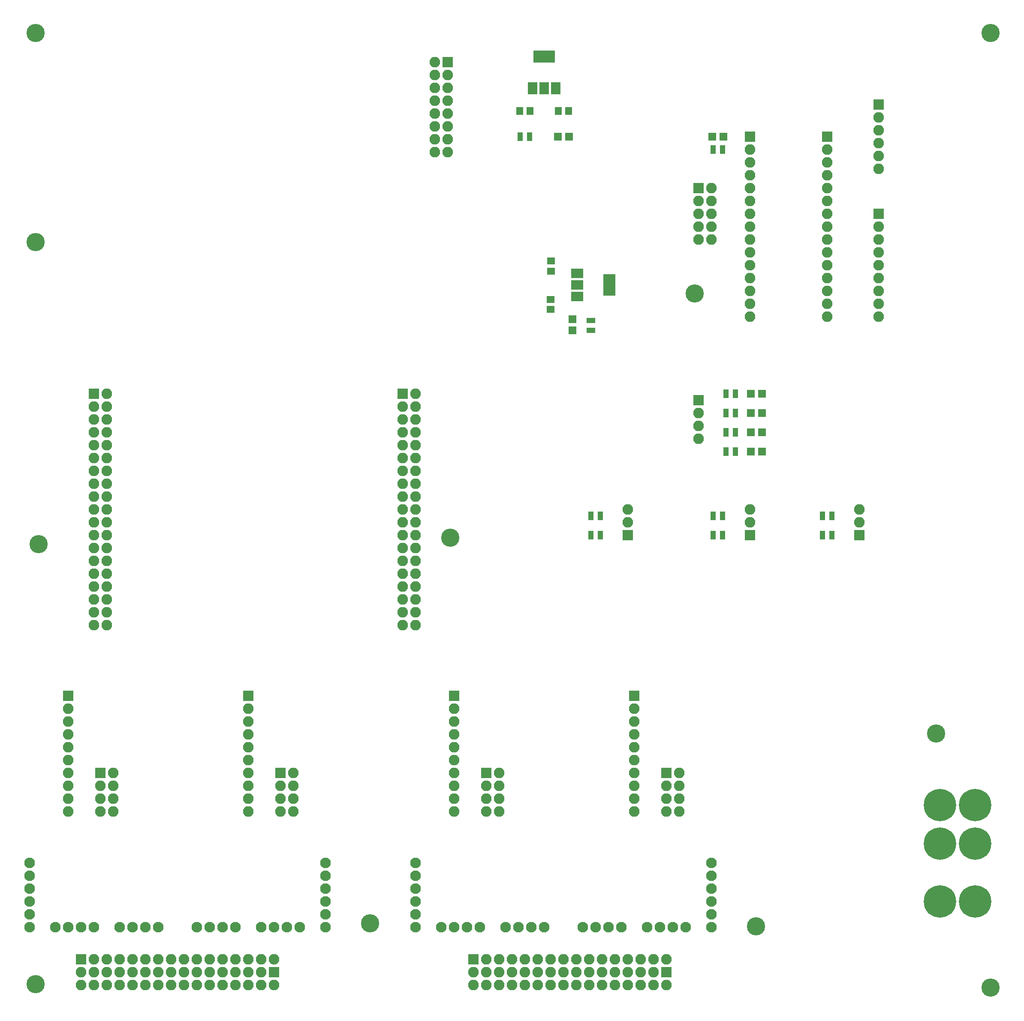
<source format=gts>
G04 #@! TF.FileFunction,Soldermask,Top*
%FSLAX46Y46*%
G04 Gerber Fmt 4.6, Leading zero omitted, Abs format (unit mm)*
G04 Created by KiCad (PCBNEW 4.0.6) date 06/10/17 13:14:14*
%MOMM*%
%LPD*%
G01*
G04 APERTURE LIST*
%ADD10C,0.100000*%
%ADD11R,2.100000X2.100000*%
%ADD12O,2.100000X2.100000*%
%ADD13R,2.400000X4.200000*%
%ADD14R,2.400000X1.900000*%
%ADD15R,4.200000X2.400000*%
%ADD16R,1.900000X2.400000*%
%ADD17C,2.100000*%
%ADD18R,1.100000X1.700000*%
%ADD19R,1.700000X1.100000*%
%ADD20C,6.400000*%
%ADD21R,1.600000X1.600000*%
%ADD22R,1.400000X1.650000*%
%ADD23R,1.650000X1.400000*%
%ADD24C,3.600000*%
G04 APERTURE END LIST*
D10*
D11*
X148082000Y-184912000D03*
D12*
X148082000Y-187452000D03*
X148082000Y-189992000D03*
X148082000Y-192532000D03*
X148082000Y-195072000D03*
X148082000Y-197612000D03*
X148082000Y-200152000D03*
X148082000Y-202692000D03*
X148082000Y-205232000D03*
X148082000Y-207772000D03*
D13*
X178689400Y-103733600D03*
D14*
X172389400Y-103733600D03*
X172389400Y-106033600D03*
X172389400Y-101433600D03*
D11*
X183642000Y-184912000D03*
D12*
X183642000Y-187452000D03*
X183642000Y-189992000D03*
X183642000Y-192532000D03*
X183642000Y-195072000D03*
X183642000Y-197612000D03*
X183642000Y-200152000D03*
X183642000Y-202692000D03*
X183642000Y-205232000D03*
X183642000Y-207772000D03*
D11*
X107442000Y-184912000D03*
D12*
X107442000Y-187452000D03*
X107442000Y-189992000D03*
X107442000Y-192532000D03*
X107442000Y-195072000D03*
X107442000Y-197612000D03*
X107442000Y-200152000D03*
X107442000Y-202692000D03*
X107442000Y-205232000D03*
X107442000Y-207772000D03*
D11*
X71882000Y-184912000D03*
D12*
X71882000Y-187452000D03*
X71882000Y-189992000D03*
X71882000Y-192532000D03*
X71882000Y-195072000D03*
X71882000Y-197612000D03*
X71882000Y-200152000D03*
X71882000Y-202692000D03*
X71882000Y-205232000D03*
X71882000Y-207772000D03*
D11*
X221742000Y-74422000D03*
D12*
X221742000Y-76962000D03*
X221742000Y-79502000D03*
X221742000Y-82042000D03*
X221742000Y-84582000D03*
X221742000Y-87122000D03*
X221742000Y-89662000D03*
X221742000Y-92202000D03*
X221742000Y-94742000D03*
X221742000Y-97282000D03*
X221742000Y-99822000D03*
X221742000Y-102362000D03*
X221742000Y-104902000D03*
X221742000Y-107442000D03*
X221742000Y-109982000D03*
D11*
X231902000Y-68072000D03*
D12*
X231902000Y-70612000D03*
X231902000Y-73152000D03*
X231902000Y-75692000D03*
X231902000Y-78232000D03*
X231902000Y-80772000D03*
D11*
X231902000Y-89662000D03*
D12*
X231902000Y-92202000D03*
X231902000Y-94742000D03*
X231902000Y-97282000D03*
X231902000Y-99822000D03*
X231902000Y-102362000D03*
X231902000Y-104902000D03*
X231902000Y-107442000D03*
X231902000Y-109982000D03*
D11*
X206502000Y-74422000D03*
D12*
X206502000Y-76962000D03*
X206502000Y-79502000D03*
X206502000Y-82042000D03*
X206502000Y-84582000D03*
X206502000Y-87122000D03*
X206502000Y-89662000D03*
X206502000Y-92202000D03*
X206502000Y-94742000D03*
X206502000Y-97282000D03*
X206502000Y-99822000D03*
X206502000Y-102362000D03*
X206502000Y-104902000D03*
X206502000Y-107442000D03*
X206502000Y-109982000D03*
D11*
X146812000Y-59690000D03*
D12*
X144272000Y-59690000D03*
X146812000Y-62230000D03*
X144272000Y-62230000D03*
X146812000Y-64770000D03*
X144272000Y-64770000D03*
X146812000Y-67310000D03*
X144272000Y-67310000D03*
X146812000Y-69850000D03*
X144272000Y-69850000D03*
X146812000Y-72390000D03*
X144272000Y-72390000D03*
X146812000Y-74930000D03*
X144272000Y-74930000D03*
X146812000Y-77470000D03*
X144272000Y-77470000D03*
D11*
X189992000Y-239522000D03*
D12*
X189992000Y-242062000D03*
X187452000Y-239522000D03*
X187452000Y-242062000D03*
X184912000Y-239522000D03*
X184912000Y-242062000D03*
X182372000Y-239522000D03*
X182372000Y-242062000D03*
X179832000Y-239522000D03*
X179832000Y-242062000D03*
X177292000Y-239522000D03*
X177292000Y-242062000D03*
X174752000Y-239522000D03*
X174752000Y-242062000D03*
X172212000Y-239522000D03*
X172212000Y-242062000D03*
X169672000Y-239522000D03*
X169672000Y-242062000D03*
X167132000Y-239522000D03*
X167132000Y-242062000D03*
X164592000Y-239522000D03*
X164592000Y-242062000D03*
X162052000Y-239522000D03*
X162052000Y-242062000D03*
X159512000Y-239522000D03*
X159512000Y-242062000D03*
X156972000Y-239522000D03*
X156972000Y-242062000D03*
X154432000Y-239522000D03*
X154432000Y-242062000D03*
X151892000Y-239522000D03*
X151892000Y-242062000D03*
D15*
X165862000Y-58572000D03*
D16*
X165862000Y-64872000D03*
X168162000Y-64872000D03*
X163562000Y-64872000D03*
D17*
X140462000Y-230632000D03*
X145542000Y-230632000D03*
X148082000Y-230632000D03*
X150622000Y-230632000D03*
X153162000Y-230632000D03*
X158242000Y-230632000D03*
X160782000Y-230632000D03*
X163322000Y-230632000D03*
X165862000Y-230632000D03*
X173482000Y-230632000D03*
X176022000Y-230632000D03*
X178562000Y-230632000D03*
X181102000Y-230632000D03*
X186182000Y-230632000D03*
X188722000Y-230632000D03*
X191262000Y-230632000D03*
X140462000Y-228092000D03*
X140462000Y-225552000D03*
X140462000Y-223012000D03*
X140462000Y-220472000D03*
X140462000Y-217932000D03*
X193802000Y-230632000D03*
X198882000Y-230632000D03*
X198882000Y-228092000D03*
X198882000Y-225552000D03*
X198882000Y-223012000D03*
X198882000Y-220472000D03*
X198882000Y-217932000D03*
X64262000Y-230632000D03*
X69342000Y-230632000D03*
X71882000Y-230632000D03*
X74422000Y-230632000D03*
X76962000Y-230632000D03*
X82042000Y-230632000D03*
X84582000Y-230632000D03*
X87122000Y-230632000D03*
X89662000Y-230632000D03*
X97282000Y-230632000D03*
X99822000Y-230632000D03*
X102362000Y-230632000D03*
X104902000Y-230632000D03*
X109982000Y-230632000D03*
X112522000Y-230632000D03*
X115062000Y-230632000D03*
X64262000Y-228092000D03*
X64262000Y-225552000D03*
X64262000Y-223012000D03*
X64262000Y-220472000D03*
X64262000Y-217932000D03*
X117602000Y-230632000D03*
X122682000Y-230632000D03*
X122682000Y-228092000D03*
X122682000Y-225552000D03*
X122682000Y-223012000D03*
X122682000Y-220472000D03*
X122682000Y-217932000D03*
D18*
X199202000Y-76962000D03*
X201102000Y-76962000D03*
X220792000Y-149352000D03*
X222692000Y-149352000D03*
X220792000Y-153162000D03*
X222692000Y-153162000D03*
X199202000Y-149352000D03*
X201102000Y-149352000D03*
X201742000Y-136652000D03*
X203642000Y-136652000D03*
X201742000Y-132842000D03*
X203642000Y-132842000D03*
X201742000Y-129032000D03*
X203642000Y-129032000D03*
X201742000Y-125222000D03*
X203642000Y-125222000D03*
X199202000Y-153162000D03*
X201102000Y-153162000D03*
X175072000Y-149352000D03*
X176972000Y-149352000D03*
X175072000Y-153162000D03*
X176972000Y-153162000D03*
X163002000Y-74422000D03*
X161102000Y-74422000D03*
D19*
X175044100Y-112684600D03*
X175044100Y-110784600D03*
D11*
X196342000Y-84582000D03*
D12*
X198882000Y-84582000D03*
X196342000Y-87122000D03*
X198882000Y-87122000D03*
X196342000Y-89662000D03*
X198882000Y-89662000D03*
X196342000Y-92202000D03*
X198882000Y-92202000D03*
X196342000Y-94742000D03*
X198882000Y-94742000D03*
D20*
X250952000Y-225552000D03*
X243952000Y-225552000D03*
X250952000Y-214122000D03*
X243952000Y-214122000D03*
D11*
X228092000Y-153162000D03*
D12*
X228092000Y-150622000D03*
X228092000Y-148082000D03*
D11*
X196342000Y-126492000D03*
D12*
X196342000Y-129032000D03*
X196342000Y-131572000D03*
X196342000Y-134112000D03*
D11*
X206502000Y-153162000D03*
D12*
X206502000Y-150622000D03*
X206502000Y-148082000D03*
D11*
X182372000Y-153162000D03*
D12*
X182372000Y-150622000D03*
X182372000Y-148082000D03*
D11*
X154432000Y-200152000D03*
D12*
X156972000Y-200152000D03*
X154432000Y-202692000D03*
X156972000Y-202692000D03*
X154432000Y-205232000D03*
X156972000Y-205232000D03*
X154432000Y-207772000D03*
X156972000Y-207772000D03*
D20*
X250952000Y-206502000D03*
X243952000Y-206502000D03*
D11*
X151892000Y-236982000D03*
D12*
X154432000Y-236982000D03*
X156972000Y-236982000D03*
X159512000Y-236982000D03*
X162052000Y-236982000D03*
X164592000Y-236982000D03*
X167132000Y-236982000D03*
X169672000Y-236982000D03*
X172212000Y-236982000D03*
X174752000Y-236982000D03*
X177292000Y-236982000D03*
X179832000Y-236982000D03*
X182372000Y-236982000D03*
X184912000Y-236982000D03*
X187452000Y-236982000D03*
X189992000Y-236982000D03*
D11*
X189992000Y-200152000D03*
D12*
X192532000Y-200152000D03*
X189992000Y-202692000D03*
X192532000Y-202692000D03*
X189992000Y-205232000D03*
X192532000Y-205232000D03*
X189992000Y-207772000D03*
X192532000Y-207772000D03*
D11*
X74422000Y-236982000D03*
D12*
X76962000Y-236982000D03*
X79502000Y-236982000D03*
X82042000Y-236982000D03*
X84582000Y-236982000D03*
X87122000Y-236982000D03*
X89662000Y-236982000D03*
X92202000Y-236982000D03*
X94742000Y-236982000D03*
X97282000Y-236982000D03*
X99822000Y-236982000D03*
X102362000Y-236982000D03*
X104902000Y-236982000D03*
X107442000Y-236982000D03*
X109982000Y-236982000D03*
X112522000Y-236982000D03*
D11*
X113792000Y-200152000D03*
D12*
X116332000Y-200152000D03*
X113792000Y-202692000D03*
X116332000Y-202692000D03*
X113792000Y-205232000D03*
X116332000Y-205232000D03*
X113792000Y-207772000D03*
X116332000Y-207772000D03*
D11*
X78232000Y-200152000D03*
D12*
X80772000Y-200152000D03*
X78232000Y-202692000D03*
X80772000Y-202692000D03*
X78232000Y-205232000D03*
X80772000Y-205232000D03*
X78232000Y-207772000D03*
X80772000Y-207772000D03*
D21*
X201252000Y-74422000D03*
X199052000Y-74422000D03*
X206672000Y-136652000D03*
X208872000Y-136652000D03*
X206672000Y-132842000D03*
X208872000Y-132842000D03*
X206672000Y-129032000D03*
X208872000Y-129032000D03*
X206672000Y-125222000D03*
X208872000Y-125222000D03*
X170772000Y-74422000D03*
X168572000Y-74422000D03*
X171411900Y-110494900D03*
X171411900Y-112694900D03*
D22*
X170672000Y-69342000D03*
X168672000Y-69342000D03*
D23*
X167119300Y-106569000D03*
X167119300Y-108569000D03*
D22*
X161052000Y-69342000D03*
X163052000Y-69342000D03*
D23*
X167170100Y-100974400D03*
X167170100Y-98974400D03*
D11*
X112522000Y-239522000D03*
D12*
X112522000Y-242062000D03*
X109982000Y-239522000D03*
X109982000Y-242062000D03*
X107442000Y-239522000D03*
X107442000Y-242062000D03*
X104902000Y-239522000D03*
X104902000Y-242062000D03*
X102362000Y-239522000D03*
X102362000Y-242062000D03*
X99822000Y-239522000D03*
X99822000Y-242062000D03*
X97282000Y-239522000D03*
X97282000Y-242062000D03*
X94742000Y-239522000D03*
X94742000Y-242062000D03*
X92202000Y-239522000D03*
X92202000Y-242062000D03*
X89662000Y-239522000D03*
X89662000Y-242062000D03*
X87122000Y-239522000D03*
X87122000Y-242062000D03*
X84582000Y-239522000D03*
X84582000Y-242062000D03*
X82042000Y-239522000D03*
X82042000Y-242062000D03*
X79502000Y-239522000D03*
X79502000Y-242062000D03*
X76962000Y-239522000D03*
X76962000Y-242062000D03*
X74422000Y-239522000D03*
X74422000Y-242062000D03*
D11*
X137922000Y-125222000D03*
D12*
X140462000Y-125222000D03*
X137922000Y-127762000D03*
X140462000Y-127762000D03*
X137922000Y-130302000D03*
X140462000Y-130302000D03*
X137922000Y-132842000D03*
X140462000Y-132842000D03*
X137922000Y-135382000D03*
X140462000Y-135382000D03*
X137922000Y-137922000D03*
X140462000Y-137922000D03*
X137922000Y-140462000D03*
X140462000Y-140462000D03*
X137922000Y-143002000D03*
X140462000Y-143002000D03*
X137922000Y-145542000D03*
X140462000Y-145542000D03*
X137922000Y-148082000D03*
X140462000Y-148082000D03*
X137922000Y-150622000D03*
X140462000Y-150622000D03*
X137922000Y-153162000D03*
X140462000Y-153162000D03*
X137922000Y-155702000D03*
X140462000Y-155702000D03*
X137922000Y-158242000D03*
X140462000Y-158242000D03*
X137922000Y-160782000D03*
X140462000Y-160782000D03*
X137922000Y-163322000D03*
X140462000Y-163322000D03*
X137922000Y-165862000D03*
X140462000Y-165862000D03*
X137922000Y-168402000D03*
X140462000Y-168402000D03*
X137922000Y-170942000D03*
X140462000Y-170942000D03*
D11*
X76962000Y-125222000D03*
D12*
X79502000Y-125222000D03*
X76962000Y-127762000D03*
X79502000Y-127762000D03*
X76962000Y-130302000D03*
X79502000Y-130302000D03*
X76962000Y-132842000D03*
X79502000Y-132842000D03*
X76962000Y-135382000D03*
X79502000Y-135382000D03*
X76962000Y-137922000D03*
X79502000Y-137922000D03*
X76962000Y-140462000D03*
X79502000Y-140462000D03*
X76962000Y-143002000D03*
X79502000Y-143002000D03*
X76962000Y-145542000D03*
X79502000Y-145542000D03*
X76962000Y-148082000D03*
X79502000Y-148082000D03*
X76962000Y-150622000D03*
X79502000Y-150622000D03*
X76962000Y-153162000D03*
X79502000Y-153162000D03*
X76962000Y-155702000D03*
X79502000Y-155702000D03*
X76962000Y-158242000D03*
X79502000Y-158242000D03*
X76962000Y-160782000D03*
X79502000Y-160782000D03*
X76962000Y-163322000D03*
X79502000Y-163322000D03*
X76962000Y-165862000D03*
X79502000Y-165862000D03*
X76962000Y-168402000D03*
X79502000Y-168402000D03*
X76962000Y-170942000D03*
X79502000Y-170942000D03*
D24*
X254000000Y-242570000D03*
X254000000Y-53975000D03*
X65405000Y-53975000D03*
X65405000Y-95250000D03*
X65405000Y-241935000D03*
X66040000Y-154940000D03*
X147320000Y-153670000D03*
X195580000Y-105410000D03*
X131445000Y-229870000D03*
X243205000Y-192405000D03*
X207645000Y-230505000D03*
M02*

</source>
